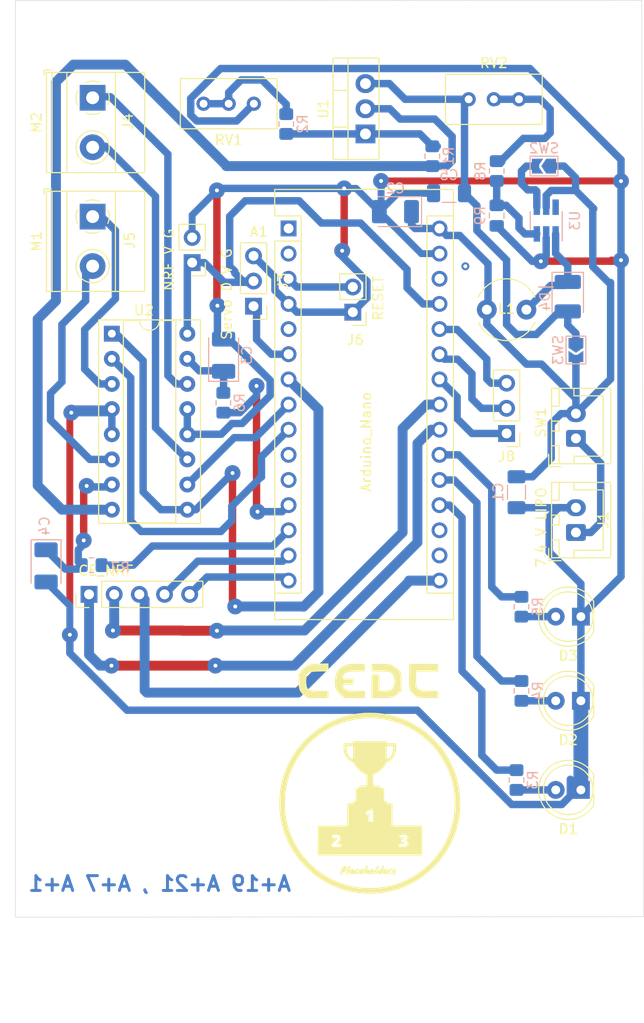
<source format=kicad_pcb>
(kicad_pcb (version 20211014) (generator pcbnew)
  (layers (0 "F.Cu" signal) (31 "B.Cu" signal) (34 "B.Paste" user) (35 "F.Paste" user) (36 "B.SilkS" user "B.Silkscreen") (37 "F.SilkS" user "F.Silkscreen") (38 "B.Mask" user) (39 "F.Mask" user) (44 "Edge.Cuts" user))
  (net 0 "")
  (net 1 "+BATT")
  (net 2 "Earth")
  (net 3 "Net-(A1-Pad13)")
  (net 4 "+5V")
  (net 5 "Net-(A1-Pad26)")
  (net 6 "Net-(A1-Pad25)")
  (net 7 "Net-(A1-Pad24)")
  (net 8 "Net-(A1-Pad21)")
  (net 9 "Net-(A1-Pad20)")
  (net 10 "Net-(A1-Pad19)")
  (net 11 "Net-(A1-Pad3)")
  (net 12 "+6V")
  (net 13 "Net-(J1-Pad1)")
  (net 14 "Net-(J4-Pad2)")
  (net 15 "Net-(J4-Pad1)")
  (net 16 "Net-(J5-Pad2)")
  (net 17 "Net-(J5-Pad1)")
  (net 18 "Net-(R1-Pad2)")
  (net 19 "Net-(D1-Pad2)")
  (net 20 "Net-(D2-Pad2)")
  (net 21 "Net-(D3-Pad2)")
  (net 22 "Net-(R2-Pad2)")
  (net 23 "SCK")
  (net 24 "MISO")
  (net 25 "MOSI")
  (net 26 "M2F")
  (net 27 "M1F")
  (net 28 "CSN")
  (net 29 "CE")
  (net 30 "M2B")
  (net 31 "M1B")
  (net 32 "EN")
  (net 33 "PWM_SERVO")
  (net 34 "Net-(A1-Pad12)")
  (net 35 "Net-(D4-Pad1)")
  (net 36 "Net-(R8-Pad2)")
  (net 37 "Net-(R8-Pad1)")
  (net 38 "Net-(SW2-Pad2)")
  (net 39 "Net-(C5-Pad1)")
  (footprint "LED_THT:LED_D5.0mm_IRGrey" (layer "F.Cu") (at 150.5 88.5 180)
    (fp_text reference "D2")
    (fp_text value "Status LED")
  )
  (footprint "Package_DIP:DIP-16_W7.62mm_Socket" (layer "F.Cu") (at 103.14166 51.41992)
    (fp_text reference "U2")
    (fp_text value "L293D")
  )
  (footprint "Connector_JST:JST_XH_B2B-XH-A_1x02_P2.50mm_Vertical" (layer "F.Cu") (at 150 62 90)
    (fp_text reference "SW1")
    (fp_text value "MAIN CUTOFF")
  )
  (footprint "Connector_PinHeader_2.54mm:PinHeader_1x02_P2.54mm_Vertical" (layer "F.Cu") (at 127.475 49.25 180)
    (fp_text reference "J6")
    (fp_text value "RESET")
  )
  (footprint "Connector_PinHeader_2.54mm:PinHeader_1x03_P2.54mm_Vertical" (layer "F.Cu") (at 117.45 48.65 180)
    (fp_text reference "J3")
    (fp_text value "Servo D V G")
  )
  (footprint "LED_THT:LED_D5.0mm_IRGrey" (layer "F.Cu") (at 150.5 97.5 180)
    (fp_text reference "D1")
    (fp_text value "Status LED")
  )
  (footprint "LED_THT:LED_D5.0mm_IRGrey" (layer "F.Cu") (at 150.5 80 180)
    (fp_text reference "D3")
    (fp_text value "Status LED")
  )
  (footprint "Package_TO_SOT_THT:TO-220-3_Vertical" (layer "F.Cu") (at 128.75 31.25 90)
    (fp_text reference "U1")
    (fp_text value "LM317 ")
  )
  (footprint "Connector_PinHeader_2.54mm:PinHeader_1x02_P2.54mm_Vertical" (layer "F.Cu") (at 111.25 44.25 180)
    (fp_text reference "NRF V G")
    (fp_text value "nrf24 power")
  )
  (footprint "TerminalBlock_Phoenix:TerminalBlock_Phoenix_MKDS-1,5-2_1x02_P5.00mm_Horizontal" (layer "F.Cu") (at 101.2 27.6 -90)
    (fp_text reference "J4")
    (fp_text value "M2")
  )
  (footprint "TerminalBlock_Phoenix:TerminalBlock_Phoenix_MKDS-1,5-2_1x02_P5.00mm_Horizontal" (layer "F.Cu") (at 101.2 39.6 -90)
    (fp_text reference "J5")
    (fp_text value "M1")
  )
  (footprint "Connector_PinHeader_2.54mm:PinHeader_1x03_P2.54mm_Vertical" (layer "F.Cu") (at 143 61.5 180)
    (fp_text reference "J8")
    (fp_text value "Alternate pins")
  )
  (footprint "Connector_PinHeader_2.54mm:PinHeader_1x05_P2.54mm_Vertical" (layer "F.Cu") (at 100.84 77.75 90)
    (fp_text reference "CE_NRF")
    (fp_text value "NRF24")
  )
  (footprint "Inductor_THT:L_Radial_D6.0mm_P4.00mm" (layer "F.Cu") (at 141 49)
    (fp_text reference "L1")
    (fp_text value "22uH")
  )
  (footprint "Potentiometer_THT:Potentiometer_Bourns_3296W_Vertical" (layer "F.Cu") (at 144.25 27.75)
    (fp_text reference "RV2")
    (fp_text value "1k TPOT")
  )
  (footprint "Connector_JST:JST_XH_B2B-XH-A_1x02_P2.50mm_Vertical" (layer "F.Cu") (at 150 71.5 90)
    (fp_text reference "J1")
    (fp_text value "7.4 V LIPO")
  )
  (footprint "Potentiometer_THT:Potentiometer_Bourns_3296W_Vertical" (layer "F.Cu") (at 112.4 28.2 180)
    (fp_text reference "RV1")
    (fp_text value "1k TPOT")
  )
  (footprint "pcb_flip:placeholders" (layer "F.Cu") (at 94.65 119.65)
    (fp_text reference "G***" hide)
    (fp_text value "LOGO" hide)
  )
  (footprint "pcb_flip:epp" (layer "F.Cu") (at 129.2 98.85)
    (fp_text reference "G***" hide)
    (fp_text value "LOGO" hide)
  )
  (footprint "pcb_flip:cedt" (layer "F.Cu") (at 129 86.7)
    (fp_text reference "G***" hide)
    (fp_text value "LOGO" hide)
  )
  (footprint "Module:Arduino_Nano" (layer "F.Cu") (at 120.98666 40.79892)
    (fp_text reference "A1")
    (fp_text value "Arduino_Nano")
  )
  (footprint "Resistor_SMD:R_0805_2012Metric_Pad1.20x1.40mm_HandSolder" (layer "B.Cu") (at 135.5 33.5 90)
    (fp_text reference "R1")
    (fp_text value "220E")
  )
  (footprint "Resistor_SMD:R_0805_2012Metric_Pad1.20x1.40mm_HandSolder" (layer "B.Cu") (at 120.75 30.25 90)
    (fp_text reference "R2")
    (fp_text value "680E")
  )
  (footprint "Capacitor_Tantalum_SMD:CP_EIA-3528-12_Kemet-T_Pad1.50x2.35mm_HandSolder" (layer "B.Cu") (at 131.775 39.1 180)
    (fp_text reference "C2")
    (fp_text value "10uF")
  )
  (footprint "Resistor_SMD:R_0805_2012Metric_Pad1.20x1.40mm_HandSolder" (layer "B.Cu") (at 144.5 87.5 90)
    (fp_text reference "R4")
    (fp_text value "220E")
  )
  (footprint "Resistor_SMD:R_0805_2012Metric_Pad1.20x1.40mm_HandSolder" (layer "B.Cu") (at 144.5 79 90)
    (fp_text reference "R5")
    (fp_text value "220E")
  )
  (footprint "Resistor_SMD:R_0805_2012Metric_Pad1.20x1.40mm_HandSolder" (layer "B.Cu") (at 144 96.5 90)
    (fp_text reference "R3")
    (fp_text value "220E")
  )
  (footprint "Capacitor_Tantalum_SMD:CP_EIA-3528-12_Kemet-T_Pad1.50x2.35mm_HandSolder" (layer "B.Cu") (at 114.425 53.6 90)
    (fp_text reference "C3")
    (fp_text value "4.7uf")
  )
  (footprint "Capacitor_Tantalum_SMD:CP_EIA-3528-12_Kemet-T_Pad1.50x2.35mm_HandSolder" (layer "B.Cu") (at 96.5 74.875 -90)
    (fp_text reference "C4")
    (fp_text value "4.7uF")
  )
  (footprint "Resistor_SMD:R_0805_2012Metric_Pad1.20x1.40mm_HandSolder" (layer "B.Cu") (at 101.1 74.8 180)
    (fp_text reference "R7")
    (fp_text value "100E")
  )
  (footprint "Resistor_SMD:R_0805_2012Metric_Pad1.20x1.40mm_HandSolder" (layer "B.Cu") (at 114.4 58.4 90)
    (fp_text reference "R6")
    (fp_text value "100E")
  )
  (footprint "Capacitor_SMD:C_1206_3216Metric_Pad1.33x1.80mm_HandSolder" (layer "B.Cu") (at 137.1875 37.25 180)
    (fp_text reference "C5")
    (fp_text value "22uF")
  )
  (footprint "Capacitor_SMD:C_1206_3216Metric_Pad1.33x1.80mm_HandSolder" (layer "B.Cu") (at 144 67.4375 -90)
    (fp_text reference "C1")
    (fp_text value "22uF")
  )
  (footprint "Jumper:SolderJumper-2_P1.3mm_Open_TrianglePad1.0x1.5mm" (layer "B.Cu") (at 150 53.075 -90)
    (fp_text reference "SW3")
    (fp_text value "BBS")
  )
  (footprint "Capacitor_SMD:C_0805_2012Metric_Pad1.18x1.45mm_HandSolder" (layer "B.Cu") (at 142 39.5 -90)
    (fp_text reference "R9")
    (fp_text value "68E")
  )
  (footprint "Jumper:SolderJumper-2_P1.3mm_Open_TrianglePad1.0x1.5mm" (layer "B.Cu") (at 146.775 34.5 180)
    (fp_text reference "SW2")
    (fp_text value "Enable")
  )
  (footprint "Package_TO_SOT_SMD:SOT-23-6_Handsoldering" (layer "B.Cu") (at 147 40 90)
    (fp_text reference "U3")
    (fp_text value "SX1308")
  )
  (footprint "Diode_SMD:D_1210_3225Metric_Pad1.42x2.65mm_HandSolder" (layer "B.Cu") (at 149.175 47.6875 -90)
    (fp_text reference "|D4")
    (fp_text value "SS14")
  )
  (footprint "Resistor_SMD:R_0805_2012Metric_Pad1.20x1.40mm_HandSolder" (layer "B.Cu") (at 142 35 -90)
    (fp_text reference "R8")
    (fp_text value "100E")
  )
  (gr_line (start 156.65 17.75) (end 156.85 110.3) (layer "Edge.Cuts") (width 0.05))
  (gr_line (start 93.4 17.8) (end 93.4 110.35) (layer "Edge.Cuts") (width 0.05))
  (gr_line (start 156.65 17.75) (end 93.4 17.8) (layer "Edge.Cuts") (width 0.05))
  (gr_line (start 93.4 110.35) (end 156.85 110.3) (layer "Edge.Cuts") (width 0.05))
  (gr_text "A+19 A+21 , A+7 A+1" (at 107.974 106.976) (layer "B.Cu") (effects (font (size 1.5 1.5) (thickness 0.3)) (justify mirror)))
  (via (at 138.835 44.619) (size 0.8) (drill 0.4) (layers "F.Cu" "B.Cu") (net 0))
  (segment (start 136.22666 40.79892) (end 136.22666 41.118918) (width 1) (layer "F.Cu") (net 1))
  (segment (start 136.22558 40.8) (end 136.22666 40.79892) (width 1) (layer "F.Cu") (net 1))
  (segment (start 136.02558 41) (end 136.22666 40.79892) (width 1) (layer "F.Cu") (net 1))
  (segment (start 147.5 60.5) (end 148.5 59.5) (width 0.75) (layer "B.Cu") (net 1))
  (segment (start 149.959998 35.659998) (end 148.8 34.5) (width 0.75) (layer "B.Cu") (net 1))
  (segment (start 146.525 54.5) (end 150 57.975) (width 0.75) (layer "B.Cu") (net 1))
  (segment (start 149.959998 36.959998) (end 147.5 36.959998) (width 0.75) (layer "B.Cu") (net 1))
  (segment (start 141.125 48.875) (end 141 49) (width 0.75) (layer "B.Cu") (net 1))
  (segment (start 153.3 46.25) (end 151.7 44.65) (width 0.75) (layer "B.Cu") (net 1))
  (segment (start 151.7 44.65) (end 151.7 38.9) (width 0.75) (layer "B.Cu") (net 1))
  (segment (start 150 59.5) (end 150 55.5) (width 0.75) (layer "B.Cu") (net 1))
  (segment (start 144 65.875) (end 145.625 65.875) (width 0.75) (layer "B.Cu") (net 1))
  (segment (start 147 37.459998) (end 147 38.65) (width 0.75) (layer "B.Cu") (net 1))
  (segment (start 145 54.5) (end 146.525 54.5) (width 0.75) (layer "B.Cu") (net 1))
  (segment (start 141 50.5) (end 145 54.5) (width 0.75) (layer "B.Cu") (net 1))
  (segment (start 133.4 40.45) (end 133.74892 40.79892) (width 0.75) (layer "B.Cu") (net 1))
  (segment (start 153.5 56) (end 150 59.5) (width 0.75) (layer "B.Cu") (net 1))
  (segment (start 141.125 44.375) (end 141.125 48.875) (width 0.75) (layer "B.Cu") (net 1))
  (segment (start 147.5 64) (end 147.5 60.5) (width 0.75) (layer "B.Cu") (net 1))
  (segment (start 150 57.975) (end 150 59.5) (width 0.75) (layer "B.Cu") (net 1))
  (segment (start 145.625 65.875) (end 147.5 64) (width 0.75) (layer "B.Cu") (net 1))
  (segment (start 133.4 39.1) (end 133.4 40.45) (width 0.75) (layer "B.Cu") (net 1))
  (segment (start 141.125 44.375) (end 138.25 41.5) (width 0.75) (layer "B.Cu") (net 1))
  (segment (start 136 40.57226) (end 136.22666 40.79892) (width 1) (layer "B.Cu") (net 1))
  (segment (start 136.92774 41.5) (end 136.22666 40.79892) (width 0.75) (layer "B.Cu") (net 1))
  (segment (start 141 49) (end 141 50.5) (width 0.75) (layer "B.Cu") (net 1))
  (segment (start 150 55.5) (end 150 53.92501) (width 0.75) (layer "B.Cu") (net 1))
  (segment (start 147.5 36.959998) (end 147 37.459998) (width 0.75) (layer "B.Cu") (net 1))
  (segment (start 153.5 46.25) (end 153.5 56) (width 0.75) (layer "B.Cu") (net 1))
  (segment (start 133.74892 40.79892) (end 136.22666 40.79892) (width 0.75) (layer "B.Cu") (net 1))
  (segment (start 148.5 59.5) (end 150 59.5) (width 0.75) (layer "B.Cu") (net 1))
  (segment (start 149.959998 36.959998) (end 149.959998 35.659998) (width 0.75) (layer "B.Cu") (net 1))
  (segment (start 151.8 38.8) (end 149.959998 36.959998) (width 0.75) (layer "B.Cu") (net 1))
  (segment (start 138.25 41.5) (end 136.92774 41.5) (width 0.75) (layer "B.Cu") (net 1))
  (segment (start 148.8 34.5) (end 147.5 34.5) (width 0.75) (layer "B.Cu") (net 1))
  (segment (start 98.9 59.55) (end 98.9 81.83) (width 0.7) (layer "F.Cu") (net 2))
  (segment (start 113.75 36.95) (end 113.75 48.55) (width 0.75) (layer "F.Cu") (net 2))
  (segment (start 154.45 44.1) (end 154.55 44) (width 0.75) (layer "F.Cu") (net 2))
  (segment (start 126.6 36.75) (end 126.6 42.85) (width 0.75) (layer "F.Cu") (net 2))
  (segment (start 153.5 44.1) (end 154.45 44.1) (width 0.75) (layer "F.Cu") (net 2))
  (segment (start 130.326 35.9995) (end 154.5335 35.9995) (width 0.7) (layer "F.Cu") (net 2))
  (segment (start 114 48.4) (end 113.8 48.6) (width 0.75) (layer "F.Cu") (net 2))
  (segment (start 99.05 59.4) (end 98.9 59.55) (width 0.7) (layer "F.Cu") (net 2))
  (segment (start 146.455 44.111) (end 146.466 44.1) (width 0.75) (layer "F.Cu") (net 2))
  (segment (start 113.75 48.55) (end 113.8 48.6) (width 0.75) (layer "F.Cu") (net 2))
  (segment (start 130.326 36.364) (end 130.326 35.9995) (width 0.2) (layer "F.Cu") (net 2))
  (segment (start 126.6 42.85) (end 126.4 43.05) (width 0.75) (layer "F.Cu") (net 2))
  (segment (start 154.5335 35.9995) (end 154.55 36.016) (width 0.2) (layer "F.Cu") (net 2))
  (segment (start 153.5 44.1) (end 153.6 44) (width 0.75) (layer "F.Cu") (net 2))
  (segment (start 146.466 44.1) (end 153.5 44.1) (width 0.75) (layer "F.Cu") (net 2))
  (via (at 130.326 35.9995) (size 1.6) (drill 0.4) (layers "F.Cu" "B.Cu") (net 2))
  (via (at 154.55 36.016) (size 1.6) (drill 0.4) (layers "F.Cu" "B.Cu") (net 2))
  (via (at 113.75 36.95) (size 1.6) (drill 0.4) (layers "F.Cu" "B.Cu") (net 2))
  (via (at 99.05 59.4) (size 1.6) (drill 0.4) (layers "F.Cu" "B.Cu") (net 2))
  (via (at 113.8 48.6) (size 1.6) (drill 0.4) (layers "F.Cu" "B.Cu") (net 2))
  (via (at 154.55 44) (size 1.6) (drill 0.4) (layers "F.Cu" "B.Cu") (net 2))
  (via (at 146.455 44.111) (size 1.6) (drill 0.4) (layers "F.Cu" "B.Cu") (net 2))
  (via (at 126.6 36.75) (size 1.6) (drill 0.4) (layers "F.Cu" "B.Cu") (net 2))
  (via (at 98.9 81.83) (size 1.6) (drill 0.4) (layers "F.Cu" "B.Cu") (net 2))
  (via (at 126.4 43.05) (size 1.6) (drill 0.4) (layers "F.Cu" "B.Cu") (net 2))
  (segment (start 154.55 75.95) (end 150.5 80) (width 0.75) (layer "B.Cu") (net 2))
  (segment (start 113.8 51.35) (end 114.425 51.975) (width 0.75) (layer "B.Cu") (net 2))
  (segment (start 130.15 39.1) (end 130.326 38.924) (width 0.25) (layer "B.Cu") (net 2))
  (segment (start 135.625 37.25) (end 135.625 37.345) (width 0.25) (layer "B.Cu") (net 2))
  (segment (start 115.738473 29.941527) (end 117.48 28.2) (width 0.75) (layer "B.Cu") (net 2))
  (segment (start 132 37.25) (end 130.15 39.1) (width 0.7) (layer "B.Cu") (net 2))
  (segment (start 111.25 39.45) (end 113.75 36.95) (width 0.7) (layer "B.Cu") (net 2))
  (segment (start 150 69) (end 144 69) (width 0.75) (layer "B.Cu") (net 2))
  (segment (start 125.75 49.25) (end 121.81774 49.25) (width 0.75) (layer "B.Cu") (net 2))
  (segment (start 135.625 37.25) (end 132 37.25) (width 0.7) (layer "B.Cu") (net 2))
  (segment (start 145.34298 24.64298) (end 114.126304 24.64298) (width 0.75) (layer "B.Cu") (net 2))
  (segment (start 154.55 44) (end 154.55 36.524) (width 0.75) (layer "B.Cu") (net 2))
  (segment (start 126.6 36.75) (end 126.13 36.75) (width 0.75) (layer "B.Cu") (net 2))
  (segment (start 127.8 36.75) (end 126.6 36.75) (width 0.7) (layer "B.Cu") (net 2))
  (segment (start 128.899511 47.825489) (end 127.475 49.25) (width 0.75) (layer "B.Cu") (net 2))
  (segment (start 149.434511 98.110764) (end 149.434511 96.434511) (width 0.75) (layer "B.Cu") (net 2))
  (segment (start 99.8 59.4) (end 102.78158 59.4) (width 0.75) (layer "B.Cu") (net 2))
  (segment (start 111.711127 29.941527) (end 115.738473 29.941527) (width 0.75) (layer "B.Cu") (net 2))
  (segment (start 130.15 38.826) (end 130.15 39.1) (width 0.25) (layer "B.Cu") (net 2))
  (segment (start 98.9 83.678) (end 104.672 89.45) (width 0.75) (layer "B.Cu") (net 2))
  (segment (start 125.75 49.25) (end 127.475 49.25) (width 0.75) (layer "B.Cu") (net 2))
  (segment (start 147.3 69.95) (end 148.25 69) (width 0.75) (layer "B.Cu") (net 2))
  (segment (start 134.38892 43.33892) (end 136.22666 43.33892) (width 0.7) (layer "B.Cu") (net 2))
  (segment (start 119.612149 45.732149) (end 117.45 43.57) (width 0.75) (layer "B.Cu") (net 2))
  (segment (start 119.124511 57.668313) (end 116.298824 60.494) (width 0.75) (layer "B.Cu") (net 2))
  (segment (start 114.126304 24.64298) (end 111.105489 27.663795) (width 0.75) (layer "B.Cu") (net 2))
  (segment (start 98.9 78.9) (end 96.5 76.5) (width 0.7) (layer "B.Cu") (net 2))
  (segment (start 151.75 31.05) (end 145.34298 24.64298) (width 0.75) (layer "B.Cu") (net 2))
  (segment (start 146.455 44.111) (end 145.5735 44.111) (width 0.75) (layer "B.Cu") (net 2))
  (segment (start 128.899511 46.119947) (end 128.899511 47.825489) (width 0.75) (layer "B.Cu") (net 2))
  (segment (start 154.55 44) (end 154.55 75.95) (width 0.75) (layer "B.Cu") (net 2))
  (segment (start 126.4 43.620436) (end 128.899511 46.119947) (width 0.75) (layer "B.Cu") (net 2))
  (segment (start 126.4 43.05) (end 126.4 43.620436) (width 0.75) (layer "B.Cu") (net 2))
  (segment (start 113.95 36.75) (end 113.75 36.95) (width 0.75) (layer "B.Cu") (net 2))
  (segment (start 119.124511 56.130658) (end 119.124511 57.668313) (width 0.75) (layer "B.Cu") (net 2))
  (segment (start 111.08174 61.9) (end 110.76166 61.57992) (width 1) (layer "B.Cu") (net 2))
  (segment (start 104.672 89.45) (end 133.983953 89.45) (width 0.75) (layer "B.Cu") (net 2))
  (segment (start 135.625 37.345) (end 135.66 37.38) (width 0.25) (layer "B.Cu") (net 2))
  (segment (start 114.968853 51.975) (end 119.124511 56.130658) (width 0.75) (layer "B.Cu") (net 2))
  (segment (start 143.508464 98.974511) (end 148.570764 98.974511) (width 0.75) (layer "B.Cu") (net 2))
  (segment (start 147.3 73.475) (end 147.3 69.95) (width 0.75) (layer "B.Cu") (net 2))
  (segment (start 146.99999 43.56601) (end 146.99999 41.743527) (width 0.75) (layer "B.Cu") (net 2))
  (segment (start 120.98666 48.41892) (end 119.612149 47.044409) (width 0.75) (layer "B.Cu") (net 2))
  (segment (start 114.186127 61.57992) (end 110.76166 61.57992) (width 0.75) (layer "B.Cu") (net 2))
  (segment (start 119.612149 47.044409) (end 119.612149 45.732149) (width 0.75) (layer "B.Cu") (net 2))
  (segment (start 146.455 44.111) (end 146.99999 43.56601) (width 0.75) (layer "B.Cu") (net 2))
  (segment (start 136.22666 43.33892) (end 136.22666 43.78866) (width 0.25) (layer "B.Cu") (net 2))
  (segment (start 154.55 33.85) (end 151.75 31.05) (width 0.75) (layer "B.Cu") (net 2))
  (segment (start 133.983953 89.45) (end 143.508464 98.974511) (width 0.75) (layer "B.Cu") (net 2))
  (segment (start 150.5 88.5) (end 150.5 97.5) (width 1.5) (layer "B.Cu") (net 2))
  (segment (start 110.76166 59.03992) (end 110.76166 61.57992) (width 0.75) (layer "B.Cu") (net 2))
  (segment (start 154.55 36.524) (end 154.55 36.016) (width 0.75) (layer "B.Cu") (net 2))
  (segment (start 142 40.5375) (end 141.7875 40.5375) (width 0.75) (layer "B.Cu") (net 2))
  (segment (start 98.9 81.83) (end 98.9 83.678) (width 0.75) (layer "B.Cu") (net 2))
  (segment (start 150.5 76.675) (end 147.3 73.475) (width 0.75) (layer "B.Cu") (net 2))
  (segment (start 103.14166 59.03992) (end 99.11008 59.03992) (width 0.75) (layer "B.Cu") (net 2))
  (segment (start 154.55 36.016) (end 154.55 33.85) (width 0.75) (layer "B.Cu") (net 2))
  (segment (start 130.15 39.1) (end 127.8 36.75) (width 0.7) (layer "B.Cu") (net 2))
  (segment (start 126.13 36.75) (end 113.95 36.75) (width 0.75) (layer "B.Cu") (net 2))
  (segment (start 150.5 97.5) (end 150.5 76.675) (width 0.75) (layer "B.Cu") (net 2))
  (segment (start 121.81774 49.25) (end 120.98666 48.41892) (width 0.75) (layer "B.Cu") (net 2))
  (segment (start 111.105489 29.335889) (end 111.711127 29.941527) (width 0.75) (layer "B.Cu") (net 2))
  (segment (start 130.326 38.924) (end 130.326 35.9995) (width 0.7) (layer "B.Cu") (net 2))
  (segment (start 145.5735 44.111) (end 142 40.5375) (width 0.75) (layer "B.Cu") (net 2))
  (segment (start 111.25 41.71) (end 111.25 39.45) (width 0.7) (layer "B.Cu") (net 2))
  (segment (start 148.570764 98.974511) (end 149.434511 98.110764) (width 0.75) (layer "B.Cu") (net 2))
  (segment (start 149.434511 96.434511) (end 150.5 97.5) (width 0.75) (layer "B.Cu") (net 2))
  (segment (start 102.78158 59.4) (end 103.14166 59.03992) (width 0.75) (layer "B.Cu") (net 2))
  (segment (start 115.272047 60.494) (end 114.186127 61.57992) (width 0.75) (layer "B.Cu") (net 2))
  (segment (start 148.25 69) (end 150 69) (width 0.75) (layer "B.Cu") (net 2))
  (segment (start 130.15 39.1) (end 134.38892 43.33892) (width 0.7) (layer "B.Cu") (net 2))
  (segment (start 114.425 51.975) (end 114.968853 51.975) (width 0.75) (layer "B.Cu") (net 2))
  (segment (start 99.11008 59.03992) (end 98.65 59.5) (width 0.75) (layer "B.Cu") (net 2))
  (segment (start 103.14166 61.57992) (end 103.14166 59.03992) (width 0.75) (layer "B.Cu") (net 2))
  (segment (start 136.22666 43.78866) (end 136.295 43.857) (width 0.25) (layer "B.Cu") (net 2))
  (segment (start 113.8 48.6) (end 113.8 51.35) (width 0.75) (layer "B.Cu") (net 2))
  (segment (start 116.298824 60.494) (end 115.272047 60.494) (width 0.75) (layer "B.Cu") (net 2))
  (segment (start 98.9 81.83) (end 98.9 78.9) (width 0.7) (layer "B.Cu") (net 2))
  (segment (start 111.105489 27.663795) (end 111.105489 29.335889) (width 0.75) (layer "B.Cu") (net 2))
  (segment (start 102 74.7) (end 102.1 74.8) (width 0.75) (layer "B.Cu") (net 3))
  (segment (start 102.1 74.8) (end 105.3 74.8) (width 0.75) (layer "B.Cu") (net 3))
  (segment (start 120.98666 71.27892) (end 119.39667 72.86891) (width 0.75) (layer "B.Cu") (net 3))
  (segment (start 107.23109 72.86891) (end 119.39667 72.86891) (width 0.75) (layer "B.Cu") (net 3))
  (segment (start 105.3 74.8) (end 107.23109 72.86891) (width 0.75) (layer "B.Cu") (net 3))
  (segment (start 110.76166 51.41992) (end 110.76166 44.73834) (width 0.75) (layer "B.Cu") (net 4))
  (segment (start 111.25 44.25) (end 112.5 44.25) (width 0.75) (layer "B.Cu") (net 4))
  (segment (start 112.5 44.25) (end 114.485 46.235) (width 0.75) (layer "B.Cu") (net 4))
  (segment (start 122.05492 38.00492) (end 124.3 40.25) (width 0.75) (layer "B.Cu") (net 4))
  (segment (start 117.45 46.11) (end 116.36 46.11) (width 0.75) (layer "B.Cu") (net 4))
  (segment (start 128.25 40.25) (end 132.95 44.95) (width 0.75) (layer "B.Cu") (net 4))
  (segment (start 115.5625 45.3125) (end 115.5625 45.1375) (width 0.75) (layer "B.Cu") (net 4))
  (segment (start 134.56892 48.41892) (end 136.22666 48.41892) (width 0.75) (layer "B.Cu") (net 4))
  (segment (start 115.04 44.615) (end 115.04 39.57008) (width 0.75) (layer "B.Cu") (net 4))
  (segment (start 115.5625 45.1375) (end 115.04 44.615) (width 0.75) (layer "B.Cu") (net 4))
  (segment (start 124.3 40.25) (end 128.25 40.25) (width 0.75) (layer "B.Cu") (net 4))
  (segment (start 115.04 39.57008) (end 116.60516 38.00492) (width 0.75) (layer "B.Cu") (net 4))
  (segment (start 116.60516 38.00492) (end 122.05492 38.00492) (width 0.75) (layer "B.Cu") (net 4))
  (segment (start 110.76166 44.73834) (end 111.25 44.25) (width 0.75) (layer "B.Cu") (net 4))
  (segment (start 132.95 44.95) (end 132.95 46.8) (width 0.75) (layer "B.Cu") (net 4))
  (segment (start 114.485 46.235) (end 117.325 46.235) (width 0.75) (layer "B.Cu") (net 4))
  (segment (start 132.95 46.8) (end 134.56892 48.41892) (width 0.75) (layer "B.Cu") (net 4))
  (segment (start 115.5625 45.3125) (end 116.36 46.11) (width 0.75) (layer "B.Cu") (net 4))
  (segment (start 117.325 46.235) (end 117.45 46.11) (width 0.75) (layer "B.Cu") (net 4))
  (segment (start 141 56) (end 141 54) (width 0.75) (layer "B.Cu") (net 5))
  (segment (start 141.42 56.42) (end 141 56) (width 0.75) (layer "B.Cu") (net 5))
  (segment (start 138 51) (end 136.26774 51) (width 0.75) (layer "B.Cu") (net 5))
  (segment (start 136.26774 51) (end 136.22666 50.95892) (width 0.75) (layer "B.Cu") (net 5))
  (segment (start 143 56.42) (end 141.42 56.42) (width 0.75) (layer "B.Cu") (net 5))
  (segment (start 141 54) (end 138 51) (width 0.75) (layer "B.Cu") (net 5))
  (segment (start 139.5 58) (end 139.5 55.46) (width 0.75) (layer "B.Cu") (net 6))
  (segment (start 143 58.96) (end 140.46 58.96) (width 0.75) (layer "B.Cu") (net 6))
  (segment (start 138.04 54) (end 136.72774 54) (width 0.75) (layer "B.Cu") (net 6))
  (segment (start 140.46 58.96) (end 139.5 58) (width 0.75) (layer "B.Cu") (net 6))
  (segment (start 136.26558 53.46) (end 136.22666 53.49892) (width 1) (layer "B.Cu") (net 6))
  (segment (start 139.5 55.46) (end 138.04 54) (width 0.75) (layer "B.Cu") (net 6))
  (segment (start 136.72774 54) (end 136.22666 53.49892) (width 0.75) (layer "B.Cu") (net 6))
  (segment (start 143 61.5) (end 139.5 61.5) (width 0.75) (layer "B.Cu") (net 7))
  (segment (start 138 60) (end 138 57.81226) (width 0.75) (layer "B.Cu") (net 7))
  (segment (start 139.5 61.5) (end 138 60) (width 0.75) (layer "B.Cu") (net 7))
  (segment (start 136.26558 56) (end 136.22666 56.03892) (width 1) (layer "B.Cu") (net 7))
  (segment (start 138 57.81226) (end 136.22666 56.03892) (width 0.75) (layer "B.Cu") (net 7))
  (segment (start 136.38558 63.5) (end 136.22666 63.65892) (width 1) (layer "F.Cu") (net 8))
  (segment (start 142.5 78) (end 141.5 77) (width 0.75) (layer "B.Cu") (net 8))
  (segment (start 144.5 78) (end 142.5 78) (width 0.75) (layer "B.Cu") (net 8))
  (segment (start 138.15892 63.65892) (end 136.22666 63.65892) (width 0.75) (layer "B.Cu") (net 8))
  (segment (start 141.5 77) (end 141.5 67) (width 0.75) (layer "B.Cu") (net 8))
  (segment (start 141.5 67) (end 138.15892 63.65892) (width 0.75) (layer "B.Cu") (net 8))
  (segment (start 136.42558 66) (end 136.22666 66.19892) (width 1) (layer "F.Cu") (net 9))
  (segment (start 140 68.5) (end 140 84) (width 0.75) (layer "B.Cu") (net 9))
  (segment (start 140 84) (end 142.5 86.5) (width 0.75) (layer "B.Cu") (net 9))
  (segment (start 137.69892 66.19892) (end 140 68.5) (width 0.75) (layer "B.Cu") (net 9))
  (segment (start 136.22666 66.19892) (end 137.69892 66.19892) (width 0.75) (layer "B.Cu") (net 9))
  (segment (start 142.5 86.5) (end 144.5 86.5) (width 0.75) (layer "B.Cu") (net 9))
  (segment (start 140.5 87.5) (end 138.5 85.5) (width 0.75) (layer "B.Cu") (net 10))
  (segment (start 138.5 70) (end 137.23892 68.73892) (width 0.75) (layer "B.Cu") (net 10))
  (segment (start 142 95.5) (end 144 95.5) (width 0.75) (layer "B.Cu") (net 10))
  (segment (start 138.5 85.5) (end 138.5 70) (width 0.75) (layer "B.Cu") (net 10))
  (segment (start 140.5 87.5) (end 140.5 94) (width 0.75) (layer "B.Cu") (net 10))
  (segment (start 137.23892 68.73892) (end 136.22666 68.73892) (width 0.75) (layer "B.Cu") (net 10))
  (segment (start 140.5 94) (end 142 95.5) (width 0.75) (layer "B.Cu") (net 10))
  (segment (start 120.85966 46.00592) (end 120.98666 45.87892) (width 1) (layer "B.Cu") (net 11))
  (segment (start 125.75 46.71) (end 127.475 46.71) (width 0.75) (layer "B.Cu") (net 11))
  (segment (start 121.81774 46.71) (end 120.98666 45.87892) (width 0.75) (layer "B.Cu") (net 11))
  (segment (start 125.75 46.71) (end 121.81774 46.71) (width 0.75) (layer "B.Cu") (net 11))
  (segment (start 128.75 28.71) (end 131.21 28.71) (width 0.75) (layer "B.Cu") (net 12))
  (segment (start 131.21 28.71) (end 132.25 29.75) (width 0.75) (layer "B.Cu") (net 12))
  (segment (start 98.09992 69.19992) (end 95.65 66.75) (width 1) (layer "B.Cu") (net 12))
  (segment (start 135.5 34.5) (end 119.9 34.5) (width 0.75) (layer "B.Cu") (net 12))
  (segment (start 99.25 24.25) (end 97.5 26) (width 1) (layer "B.Cu") (net 12))
  (segment (start 135.75 29.75) (end 137.5 31.5) (width 0.75) (layer "B.Cu") (net 12))
  (segment (start 132.25 29.75) (end 135.75 29.75) (width 0.75) (layer "B.Cu") (net 12))
  (segment (start 104.5 24.25) (end 99.25 24.25) (width 1) (layer "B.Cu") (net 12))
  (segment (start 119.9 34.5) (end 119.5 34.5) (width 0.75) (layer "B.Cu") (net 12))
  (segment (start 114.7 34.5) (end 114.7 34.45) (width 1) (layer "B.Cu") (net 12))
  (segment (start 114.7 34.45) (end 104.5 24.25) (width 1) (layer "B.Cu") (net 12))
  (segment (start 137.5 31.5) (end 137.5 34) (width 0.75) (layer "B.Cu") (net 12))
  (segment (start 135.5 34.5) (end 114.7 34.5) (width 1) (layer "B.Cu") (net 12))
  (segment (start 96.3 49.3) (end 97.2 48.4) (width 0.75) (layer "B.Cu") (net 12))
  (segment (start 137.5 34) (end 137 34.5) (width 0.75) (layer "B.Cu") (net 12))
  (segment (start 137 34.5) (end 135.5 34.5) (width 0.75) (layer "B.Cu") (net 12))
  (segment (start 95.65 66.75) (end 95.65 49.95) (width 1) (layer "B.Cu") (net 12))
  (segment (start 95.65 49.95) (end 96.3 49.3) (width 1) (layer "B.Cu") (net 12))
  (segment (start 103.14166 69.19992) (end 98.09992 69.19992) (width 1) (layer "B.Cu") (net 12))
  (segment (start 96.3 49.3) (end 97.5 48.1) (width 1) (layer "B.Cu") (net 12))
  (segment (start 114.7 34.5) (end 119.9 34.5) (width 0.75) (layer "B.Cu") (net 12))
  (segment (start 97.5 26) (end 97.5 48.1) (width 1) (layer "B.Cu") (net 12))
  (segment (start 152.5 64.5) (end 152.5 70.5) (width 0.75) (layer "B.Cu") (net 13))
  (segment (start 152.5 70.5) (end 151.5 71.5) (width 0.75) (layer "B.Cu") (net 13))
  (segment (start 151.5 71.5) (end 150 71.5) (width 0.75) (layer "B.Cu") (net 13))
  (segment (start 150 62) (end 152.5 64.5) (width 0.75) (layer "B.Cu") (net 13))
  (segment (start 109.05 62.40826) (end 110.76166 64.11992) (width 0.75) (layer "B.Cu") (net 14))
  (segment (start 107.55 60.90826) (end 107.55 37.55) (width 0.75) (layer "B.Cu") (net 14))
  (segment (start 107.55 37.55) (end 102.5 32.5) (width 0.75) (layer "B.Cu") (net 14))
  (segment (start 110.76166 64.11992) (end 107.55 60.90826) (width 0.75) (layer "B.Cu") (net 14))
  (segment (start 102.5 32.5) (end 100.5 32.5) (width 0.75) (layer "B.Cu") (net 14))
  (segment (start 110.91174 56.65) (end 110.76166 56.49992) (width 1) (layer "F.Cu") (net 15))
  (segment (start 108.8 33.3) (end 103 27.5) (width 0.75) (layer "B.Cu") (net 15))
  (segment (start 110.76166 56.49992) (end 109.64992 56.49992) (width 0.75) (layer "B.Cu") (net 15))
  (segment (start 109.64992 56.49992) (end 108.8 55.65) (width 0.75) (layer "B.Cu") (net 15))
  (segment (start 103 27.5) (end 100.5 27.5) (width 0.75) (layer "B.Cu") (net 15))
  (segment (start 108.8 55.65) (end 108.8 33.3) (width 0.75) (layer "B.Cu") (net 15))
  (segment (start 96.95 57.45) (end 98.1 56.3) (width 0.75) (layer "B.Cu") (net 16))
  (segment (start 100.91992 64.11992) (end 96.95 60.15) (width 0.75) (layer "B.Cu") (net 16))
  (segment (start 100.5 48.1) (end 100.5 47) (width 0.75) (layer "B.Cu") (net 16))
  (segment (start 98.1 56.3) (end 98.1 50.5) (width 0.75) (layer "B.Cu") (net 16))
  (segment (start 103.14166 64.11992) (end 100.91992 64.11992) (width 0.75) (layer "B.Cu") (net 16))
  (segment (start 100.5 47) (end 100.5 44.5) (width 0.75) (layer "B.Cu") (net 16))
  (segment (start 98.1 50.5) (end 100.5 48.1) (width 0.75) (layer "B.Cu") (net 16))
  (segment (start 96.95 60.15) (end 96.95 57.45) (width 0.75) (layer "B.Cu") (net 16))
  (segment (start 100.5 39.5) (end 102 39.5) (width 0.75) (layer "B.Cu") (net 17))
  (segment (start 102 39.5) (end 103.5 41) (width 0.75) (layer "B.Cu") (net 17))
  (segment (start 101.89992 56.49992) (end 100.8 55.4) (width 0.75) (layer "B.Cu") (net 17))
  (segment (start 103.5 47.9) (end 103.2 48.2) (width 0.75) (layer "B.Cu") (net 17))
  (segment (start 103.14166 56.49992) (end 101.89992 56.49992) (width 0.75) (layer "B.Cu") (net 17))
  (segment (start 101.89992 56.49992) (end 100.4 55) (width 0.75) (layer "B.Cu") (net 17))
  (segment (start 100.4 51) (end 103.2 48.2) (width 0.75) (layer "B.Cu") (net 17))
  (segment (start 100.4 55) (end 100.4 51) (width 0.75) (layer "B.Cu") (net 17))
  (segment (start 103.5 41) (end 103.5 47.9) (width 0.75) (layer "B.Cu") (net 17))
  (segment (start 128.75 31.25) (end 134.25 31.25) (width 0.75) (layer "B.Cu") (net 18))
  (segment (start 128.75 31.25) (end 120.75 31.25) (width 0.75) (layer "B.Cu") (net 18))
  (segment (start 134.25 31.25) (end 135.5 32.5) (width 0.75) (layer "B.Cu") (net 18))
  (segment (start 135.5 32.5) (end 136 32.5) (width 0.75) (layer "B.Cu") (net 18))
  (segment (start 144 97.5) (end 147.96 97.5) (width 0.75) (layer "B.Cu") (net 19))
  (segment (start 144.5 88.5) (end 147.96 88.5) (width 0.75) (layer "B.Cu") (net 20))
  (segment (start 144.5 80) (end 147.96 80) (width 0.75) (layer "B.Cu") (net 21))
  (segment (start 118.3 25.8) (end 120.75 28.25) (width 0.75) (layer "B.Cu") (net 22))
  (segment (start 114.94 28.2) (end 114.94 27.06) (width 0.75) (layer "B.Cu") (net 22))
  (segment (start 112.4 28.2) (end 114.94 28.2) (width 0.75) (layer "B.Cu") (net 22))
  (segment (start 120.75 28.25) (end 120.75 29.25) (width 0.75) (layer "B.Cu") (net 22))
  (segment (start 114.94 27.06) (end 116.2 25.8) (width 0.75) (layer "B.Cu") (net 22))
  (segment (start 116.2 25.8) (end 118.3 25.8) (width 0.75) (layer "B.Cu") (net 22))
  (segment (start 106.45 78.28) (end 105.92 77.75) (width 1) (layer "B.Cu") (net 23))
  (segment (start 106.45 87.45) (end 106.45 78.28) (width 1) (layer "B.Cu") (net 23))
  (segment (start 133.24108 76.35892) (end 121.928 87.672) (width 1) (layer "B.Cu") (net 23))
  (segment (start 136.22666 76.35892) (end 133.24108 76.35892) (width 1) (layer "B.Cu") (net 23))
  (segment (start 121.928 87.672) (end 106.672 87.672) (width 1) (layer "B.Cu") (net 23))
  (segment (start 136.22666 76.35892) (end 133.14108 76.35892) (width 1) (layer "B.Cu") (net 23))
  (segment (start 106.672 87.672) (end 106.45 87.45) (width 1) (layer "B.Cu") (net 23))
  (segment (start 112.75 76) (end 120.62774 76) (width 0.75) (layer "B.Cu") (net 24))
  (segment (start 111 77.75) (end 112.75 76) (width 0.75) (layer "B.Cu") (net 24))
  (segment (start 120.62774 76) (end 120.98666 76.35892) (width 0.75) (layer "B.Cu") (net 24))
  (segment (start 108.46 77.75) (end 111.81 74.4) (width 0.75) (layer "B.Cu") (net 25))
  (segment (start 120.40558 74.4) (end 120.98666 73.81892) (width 0.75) (layer "B.Cu") (net 25))
  (segment (start 111.81 74.4) (end 120.40558 74.4) (width 0.75) (layer "B.Cu") (net 25))
  (segment (start 100.3 66.9) (end 100.3 66.9) (width 0.75) (layer "F.Cu") (net 26))
  (segment (start 100.3 72.3) (end 100.3 70.5) (width 0.75) (layer "F.Cu") (net 26))
  (segment (start 100.3 71.1) (end 100.3 70.5) (width 0.75) (layer "F.Cu") (net 26))
  (segment (start 100.3 70.5) (end 100.3 66.9) (width 0.75) (layer "F.Cu") (net 26))
  (via (at 100.3 72.3) (size 1.6) (drill 0.4) (layers "F.Cu" "B.Cu") (net 26))
  (via (at 100.6 66.8) (size 1.6) (drill 0.4) (layers "F.Cu" "B.Cu") (net 26))
  (segment (start 102.90158 66.9) (end 103.14166 66.65992) (width 0.75) (layer "B.Cu") (net 26))
  (segment (start 96.5 73.25) (end 98.45 75.2) (width 0.75) (layer "B.Cu") (net 26))
  (segment (start 100.3 66.9) (end 102.90158 66.9) (width 0.75) (layer "B.Cu") (net 26))
  (segment (start 98.45 75.2) (end 99.7 75.2) (width 0.75) (layer "B.Cu") (net 26))
  (segment (start 100.3 72.7) (end 99.75 73.25) (width 0.75) (layer "B.Cu") (net 26))
  (segment (start 100.3 72.3) (end 100.3 72.7) (width 0.75) (layer "B.Cu") (net 26))
  (segment (start 99.75 74.45) (end 100.1 74.8) (width 0.75) (layer "B.Cu") (net 26))
  (segment (start 99.75 73.25) (end 99.75 74.45) (width 0.75) (layer "B.Cu") (net 26))
  (segment (start 99.7 75.2) (end 100.1 74.8) (width 0.75) (layer "B.Cu") (net 26))
  (segment (start 114.375 55.175) (end 114.425 55.225) (width 0.75) (layer "B.Cu") (net 27))
  (segment (start 110.95174 54.15) (end 110.76166 53.95992) (width 0.75) (layer "B.Cu") (net 27))
  (segment (start 114.425 55.225) (end 114.425 57.375) (width 0.75) (layer "B.Cu") (net 27))
  (segment (start 114.425 57.375) (end 114.4 57.4) (width 0.75) (layer "B.Cu") (net 27))
  (segment (start 111.97674 55.175) (end 114.375 55.175) (width 0.75) (layer "B.Cu") (net 27))
  (segment (start 110.76166 53.95992) (end 111.97674 55.175) (width 0.75) (layer "B.Cu") (net 27))
  (segment (start 103.25 81.4) (end 110.25 81.4) (width 1) (layer "F.Cu") (net 28))
  (segment (start 110.275 81.425) (end 110.25 81.4) (width 1) (layer "F.Cu") (net 28))
  (segment (start 113.75 81.425) (end 110.275 81.425) (width 1) (layer "F.Cu") (net 28))
  (via (at 113.75 81.425) (size 1.6) (drill 0.4) (layers "F.Cu" "B.Cu") (net 28))
  (via (at 103.25 81.4) (size 1.6) (drill 0.4) (layers "F.Cu" "B.Cu") (net 28))
  (segment (start 113.775 81.4) (end 113.75 81.425) (width 1) (layer "B.Cu") (net 28))
  (segment (start 103.38 81.27) (end 103.25 81.4) (width 1) (layer "B.Cu") (net 28))
  (segment (start 132.5 61) (end 132.5 71.5) (width 1) (layer "B.Cu") (net 28))
  (segment (start 136.22666 58.57892) (end 134.92108 58.57892) (width 1) (layer "B.Cu") (net 28))
  (segment (start 103.38 77.75) (end 103.38 81.27) (width 1) (layer "B.Cu") (net 28))
  (segment (start 134.92108 58.57892) (end 132.5 61) (width 1) (layer "B.Cu") (net 28))
  (segment (start 132.5 71.5) (end 122.6 81.4) (width 1) (layer "B.Cu") (net 28))
  (segment (start 122.6 81.4) (end 113.775 81.4) (width 1) (layer "B.Cu") (net 28))
  (segment (start 103.1 84.95) (end 113.6 84.95) (width 1) (layer "F.Cu") (net 29))
  (via (at 113.6 84.95) (size 1.6) (drill 0.4) (layers "F.Cu" "B.Cu") (net 29))
  (via (at 103.1 84.95) (size 1.6) (drill 0.4) (layers "F.Cu" "B.Cu") (net 29))
  (segment (start 100.84 77.75) (end 100.84 83.84) (width 1) (layer "B.Cu") (net 29))
  (segment (start 121.55 84.95) (end 134 72.5) (width 1) (layer "B.Cu") (net 29))
  (segment (start 100.84 83.84) (end 101.95 84.95) (width 1) (layer "B.Cu") (net 29))
  (segment (start 134 62.5) (end 135.38108 61.11892) (width 1) (layer "B.Cu") (net 29))
  (segment (start 135.38108 61.11892) (end 136.22666 61.11892) (width 1) (layer "B.Cu") (net 29))
  (segment (start 101.95 84.95) (end 103.1 84.95) (width 1) (layer "B.Cu") (net 29))
  (segment (start 113.6 84.95) (end 121.55 84.95) (width 1) (layer "B.Cu") (net 29))
  (segment (start 134 72.5) (end 134 62.5) (width 1) (layer "B.Cu") (net 29))
  (segment (start 118.25 65.9) (end 118.25 63.85558) (width 0.75) (layer "B.Cu") (net 30))
  (segment (start 115.25 70.3) (end 115.25 68.85) (width 0.75) (layer "B.Cu") (net 30))
  (segment (start 105.05 55.86826) (end 105.05 70.35) (width 0.75) (layer "B.Cu") (net 30))
  (segment (start 105.05 70.35) (end 106.1 71.4) (width 0.75) (layer "B.Cu") (net 30))
  (segment (start 118.2 65.9) (end 118.25 65.9) (width 0.75) (layer "B.Cu") (net 30))
  (segment (start 115.25 68.85) (end 118.2 65.9) (width 0.75) (layer "B.Cu") (net 30))
  (segment (start 114.15 71.4) (end 115.25 70.3) (width 0.75) (layer "B.Cu") (net 30))
  (segment (start 118.25 63.85558) (end 120.98666 61.11892) (width 0.75) (layer "B.Cu") (net 30))
  (segment (start 106.1 71.4) (end 114.15 71.4) (width 0.75) (layer "B.Cu") (net 30))
  (segment (start 103.14166 53.95992) (end 105.05 55.86826) (width 0.75) (layer "B.Cu") (net 30))
  (segment (start 115.49658 61.925) (end 117.64058 61.925) (width 0.75) (layer "B.Cu") (net 31))
  (segment (start 117.64058 61.925) (end 120.98666 58.57892) (width 0.75) (layer "B.Cu") (net 31))
  (segment (start 110.76166 66.65992) (end 115.49658 61.925) (width 0.75) (layer "B.Cu") (net 31))
  (segment (start 115.325 78.7) (end 115.6 78.975) (width 0.75) (layer "F.Cu") (net 32))
  (segment (start 115.325 65.5) (end 115.325 78.7) (width 0.75) (layer "F.Cu") (net 32))
  (via (at 115.6 78.975) (size 1.6) (drill 0.4) (layers "F.Cu" "B.Cu") (net 32))
  (via (at 115.325 65.5) (size 1.6) (drill 0.4) (layers "F.Cu" "B.Cu") (net 32))
  (segment (start 106.3 67.4) (end 108.09992 69.19992) (width 0.75) (layer "B.Cu") (net 32))
  (segment (start 106.3 54.15) (end 106.3 67.4) (width 0.75) (layer "B.Cu") (net 32))
  (segment (start 103.56992 51.41992) (end 106.3 54.15) (width 0.75) (layer "B.Cu") (net 32))
  (segment (start 115.325 65.5) (end 111.62508 69.19992) (width 0.75) (layer "B.Cu") (net 32))
  (segment (start 124 59.05226) (end 124 77.5) (width 1) (layer "B.Cu") (net 32))
  (segment (start 108.09992 69.19992) (end 110.76166 69.19992) (width 0.75) (layer "B.Cu") (net 32))
  (segment (start 124 77.5) (end 122.5 79) (width 1) (layer "B.Cu") (net 32))
  (segment (start 122.475 78.975) (end 115.6 78.975) (width 1) (layer "B.Cu") (net 32))
  (segment (start 122.475 78.975) (end 122.5 79) (width 0.75) (layer "B.Cu") (net 32))
  (segment (start 103.14166 51.41992) (end 103.56992 51.41992) (width 0.75) (layer "B.Cu") (net 32))
  (segment (start 120.98666 56.03892) (end 124 59.05226) (width 1) (layer "B.Cu") (net 32))
  (segment (start 111.62508 69.19992) (end 110.76166 69.19992) (width 0.75) (layer "B.Cu") (net 32))
  (segment (start 120.98666 53.178922) (end 120.98666 53.49892) (width 1) (layer "F.Cu") (net 33))
  (segment (start 117.75 52) (end 119.24892 53.49892) (width 0.75) (layer "B.Cu") (net 33))
  (segment (start 119.24892 53.49892) (end 120.98666 53.49892) (width 0.75) (layer "B.Cu") (net 33))
  (segment (start 117.75 52) (end 117.75 48.95) (width 0.75) (layer "B.Cu") (net 33))
  (segment (start 117.75 48.95) (end 117.45 48.65) (width 0.75) (layer "B.Cu") (net 33))
  (segment (start 117.75 69.3) (end 117.85 69.4) (width 0.75) (layer "F.Cu") (net 34))
  (segment (start 117.75 56.7) (end 117.75 69.3) (width 0.75) (layer "F.Cu") (net 34))
  (via (at 117.75 56.7) (size 1.6) (drill 0.4) (layers "F.Cu" "B.Cu") (net 34))
  (via (at 117.85 69.4) (size 1.6) (drill 0.4) (layers "F.Cu" "B.Cu") (net 34))
  (segment (start 114.4 59.4) (end 116.05 59.4) (width 0.75) (layer "B.Cu") (net 34))
  (segment (start 117.75 57.7) (end 117.75 56.7) (width 0.75) (layer "B.Cu") (net 34))
  (segment (start 116.05 59.4) (end 117.75 57.7) (width 0.75) (layer "B.Cu") (net 34))
  (segment (start 117.85 69.4) (end 120.32558 69.4) (width 0.75) (layer "B.Cu") (net 34))
  (segment (start 120.32558 69.4) (end 120.98666 68.73892) (width 0.75) (layer "B.Cu") (net 34))
  (segment (start 114.4 59.4) (end 115.3 59.4) (width 0.75) (layer "B.Cu") (net 34))
  (segment (start 148.825 46.55) (end 149.175 46.2) (width 0.75) (layer "B.Cu") (net 35))
  (segment (start 147.95 43.325) (end 147.95 41.35) (width 0.75) (layer "B.Cu") (net 35))
  (segment (start 149.175 46.2) (end 149.175 44.55) (width 0.75) (layer "B.Cu") (net 35))
  (segment (start 145 49) (end 147.45 46.55) (width 0.75) (layer "B.Cu") (net 35))
  (segment (start 147.45 46.55) (end 148.825 46.55) (width 0.75) (layer "B.Cu") (net 35))
  (segment (start 149.175 44.55) (end 147.95 43.325) (width 0.75) (layer "B.Cu") (net 35))
  (segment (start 142 38.4625) (end 142 36) (width 0.75) (layer "B.Cu") (net 36))
  (segment (start 142.9625 38.4625) (end 142 38.4625) (width 0.75) (layer "B.Cu") (net 36))
  (segment (start 144.25 40.75) (end 144.25 39.75) (width 0.75) (layer "B.Cu") (net 36))
  (segment (start 144.85 41.35) (end 144.25 40.75) (width 0.75) (layer "B.Cu") (net 36))
  (segment (start 146.05 41.35) (end 144.85 41.35) (width 0.75) (layer "B.Cu") (net 36))
  (segment (start 144.25 39.75) (end 142.9625 38.4625) (width 0.75) (layer "B.Cu") (net 36))
  (segment (start 142 34) (end 142.4 34) (width 1) (layer "B.Cu") (net 37))
  (segment (start 141.71 27.75) (end 144.25 27.75) (width 0.75) (layer "B.Cu") (net 37))
  (segment (start 144.7 31.7) (end 146.85 31.7) (width 0.75) (layer "B.Cu") (net 37))
  (segment (start 147.4 31.15) (end 147.4 28.75) (width 0.75) (layer "B.Cu") (net 37))
  (segment (start 146.4 27.75) (end 144.25 27.75) (width 0.75) (layer "B.Cu") (net 37))
  (segment (start 142 28.04) (end 141.71 27.75) (width 0.75) (layer "B.Cu") (net 37))
  (segment (start 147.4 28.75) (end 146.4 27.75) (width 0.75) (layer "B.Cu") (net 37))
  (segment (start 146.85 31.7) (end 147.4 31.15) (width 0.75) (layer "B.Cu") (net 37))
  (segment (start 142.4 34) (end 144.7 31.7) (width 0.75) (layer "B.Cu") (net 37))
  (segment (start 145.9 36.9) (end 146.05 37.05) (width 0.75) (layer "B.Cu") (net 38))
  (segment (start 145 34.5) (end 144.5 35) (width 0.75) (layer "B.Cu") (net 38))
  (segment (start 145.125 36.9) (end 145.9 36.9) (width 0.75) (layer "B.Cu") (net 38))
  (segment (start 144.5 35) (end 144.5 36.275) (width 0.75) (layer "B.Cu") (net 38))
  (segment (start 144.5 36.275) (end 145.125 36.9) (width 0.75) (layer "B.Cu") (net 38))
  (segment (start 146.05 37.05) (end 146.05 38.65) (width 0.75) (layer "B.Cu") (net 38))
  (segment (start 145.92499 34.5) (end 145 34.5) (width 0.75) (layer "B.Cu") (net 38))
  (segment (start 138.75 37.25) (end 138.75 28.17) (width 0.75) (layer "B.Cu") (net 39))
  (segment (start 146 51.5) (end 144 51.5) (width 0.75) (layer "B.Cu") (net 39))
  (segment (start 138.75 28.17) (end 139.17 27.75) (width 0.75) (layer "B.Cu") (net 39))
  (segment (start 149.175 49.175) (end 148.325 49.175) (width 0.75) (layer "B.Cu") (net 39))
  (segment (start 139.17 27.75) (end 132.75 27.75) (width 0.75) (layer "B.Cu") (net 39))
  (segment (start 149.175 50.575) (end 150 51.4) (width 0.75) (layer "B.Cu") (net 39))
  (segment (start 132.75 27.75) (end 131.17 26.17) (width 0.75) (layer "B.Cu") (net 39))
  (segment (start 149.175 49.175) (end 150.125 49.175) (width 0.75) (layer "B.Cu") (net 39))
  (segment (start 149.175 49.175) (end 149.175 50.575) (width 0.75) (layer "B.Cu") (net 39))
  (segment (start 131.17 26.17) (end 128.75 26.17) (width 0.75) (layer "B.Cu") (net 39))
  (segment (start 144 51.5) (end 143 50.5) (width 0.75) (layer "B.Cu") (net 39))
  (segment (start 150 51.4) (end 150 52.35) (width 0.75) (layer "B.Cu") (net 39))
  (segment (start 148.325 49.175) (end 146 51.5) (width 0.75) (layer "B.Cu") (net 39))
  (segment (start 140 38.5) (end 138.75 37.25) (width 0.75) (layer "B.Cu") (net 39))
  (segment (start 140 41) (end 140 38.5) (width 0.75) (layer "B.Cu") (net 39))
  (segment (start 143 50.5) (end 143 44) (width 0.75) (layer "B.Cu") (net 39))
  (segment (start 143 44) (end 140 41) (width 0.75) (layer "B.Cu") (net 39))
)
</source>
